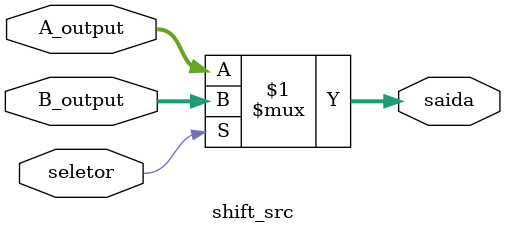
<source format=v>
module shift_src(
    input  wire seletor,
        
    input wire [31:0] A_output,          // Registrador A - 0
    input wire [31:0] B_output,          // Registrador B - 1

    output wire [31:0] saida
);
    assign saida = (seletor ? B_output : A_output);
    // [0] = ent1, senão = ent0
endmodule
</source>
